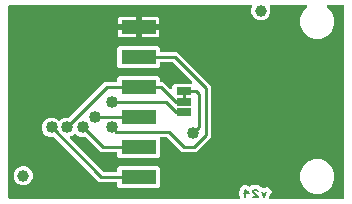
<source format=gbr>
G04 EAGLE Gerber X2 export*
%TF.Part,Single*%
%TF.FileFunction,Copper,L2,Bot,Mixed*%
%TF.FilePolarity,Positive*%
%TF.GenerationSoftware,Autodesk,EAGLE,9.1.3*%
%TF.CreationDate,2018-09-14T10:43:52Z*%
G75*
%MOMM*%
%FSLAX34Y34*%
%LPD*%
%AMOC8*
5,1,8,0,0,1.08239X$1,22.5*%
G01*
%ADD10C,0.203200*%
%ADD11R,1.270000X0.635000*%
%ADD12R,3.000000X1.250000*%
%ADD13C,1.000000*%
%ADD14C,1.016000*%
%ADD15C,0.254000*%

G36*
X199269Y4080D02*
X199269Y4080D01*
X199388Y4087D01*
X199426Y4100D01*
X199467Y4105D01*
X199577Y4148D01*
X199691Y4185D01*
X199725Y4207D01*
X199762Y4222D01*
X199859Y4291D01*
X199959Y4355D01*
X199987Y4385D01*
X200020Y4408D01*
X200096Y4500D01*
X200177Y4587D01*
X200197Y4622D01*
X200222Y4653D01*
X200273Y4761D01*
X200331Y4865D01*
X200341Y4905D01*
X200358Y4941D01*
X200380Y5058D01*
X200410Y5173D01*
X200414Y5233D01*
X200418Y5253D01*
X200417Y5274D01*
X200420Y5334D01*
X200420Y5920D01*
X200408Y6018D01*
X200405Y6118D01*
X200388Y6176D01*
X200381Y6236D01*
X200344Y6328D01*
X200317Y6423D01*
X200286Y6475D01*
X200263Y6532D01*
X200205Y6612D01*
X200155Y6697D01*
X200089Y6772D01*
X200077Y6789D01*
X200067Y6797D01*
X200049Y6818D01*
X199403Y7463D01*
X199403Y10830D01*
X200049Y11475D01*
X200109Y11554D01*
X200177Y11626D01*
X200206Y11679D01*
X200244Y11727D01*
X200283Y11818D01*
X200331Y11904D01*
X200346Y11963D01*
X200370Y12019D01*
X200385Y12116D01*
X200410Y12212D01*
X200417Y12312D01*
X200420Y12333D01*
X200419Y12345D01*
X200420Y12373D01*
X200420Y13881D01*
X202801Y16262D01*
X206169Y16262D01*
X207330Y15101D01*
X207424Y15028D01*
X207513Y14949D01*
X207549Y14931D01*
X207581Y14906D01*
X207690Y14859D01*
X207796Y14805D01*
X207836Y14796D01*
X207873Y14780D01*
X207990Y14761D01*
X208107Y14735D01*
X208147Y14736D01*
X208187Y14730D01*
X208306Y14741D01*
X208424Y14745D01*
X208463Y14756D01*
X208504Y14760D01*
X208616Y14800D01*
X208730Y14833D01*
X208765Y14854D01*
X208803Y14867D01*
X208901Y14934D01*
X209004Y14995D01*
X209049Y15034D01*
X209066Y15046D01*
X209079Y15061D01*
X209125Y15101D01*
X209640Y15617D01*
X210286Y16262D01*
X211924Y16262D01*
X215687Y16262D01*
X216992Y14956D01*
X217051Y14910D01*
X217104Y14857D01*
X217176Y14813D01*
X217244Y14761D01*
X217312Y14732D01*
X217376Y14693D01*
X217457Y14669D01*
X217536Y14635D01*
X217609Y14623D01*
X217681Y14602D01*
X217765Y14598D01*
X217850Y14585D01*
X217924Y14592D01*
X217998Y14589D01*
X218007Y14591D01*
X220069Y13904D01*
X220078Y13902D01*
X220086Y13898D01*
X220232Y13871D01*
X220381Y13842D01*
X220390Y13842D01*
X220399Y13841D01*
X220548Y13851D01*
X220698Y13859D01*
X220707Y13862D01*
X220716Y13863D01*
X220872Y13904D01*
X222816Y14552D01*
X225828Y13046D01*
X226893Y9852D01*
X224918Y5902D01*
X224886Y5812D01*
X224846Y5727D01*
X224834Y5663D01*
X224812Y5602D01*
X224804Y5507D01*
X224786Y5414D01*
X224790Y5350D01*
X224785Y5285D01*
X224800Y5191D01*
X224806Y5097D01*
X224826Y5035D01*
X224837Y4971D01*
X224875Y4884D01*
X224904Y4795D01*
X224939Y4740D01*
X224965Y4680D01*
X225023Y4606D01*
X225074Y4526D01*
X225122Y4481D01*
X225162Y4430D01*
X225237Y4373D01*
X225306Y4308D01*
X225363Y4277D01*
X225414Y4237D01*
X225501Y4200D01*
X225584Y4154D01*
X225647Y4138D01*
X225707Y4113D01*
X225801Y4099D01*
X225892Y4075D01*
X226003Y4068D01*
X226022Y4065D01*
X226031Y4066D01*
X226053Y4065D01*
X286766Y4065D01*
X286884Y4080D01*
X287003Y4087D01*
X287041Y4100D01*
X287082Y4105D01*
X287192Y4148D01*
X287305Y4185D01*
X287340Y4207D01*
X287377Y4222D01*
X287473Y4291D01*
X287574Y4355D01*
X287602Y4385D01*
X287635Y4408D01*
X287711Y4500D01*
X287792Y4587D01*
X287812Y4622D01*
X287837Y4653D01*
X287888Y4761D01*
X287946Y4865D01*
X287956Y4905D01*
X287973Y4941D01*
X287995Y5058D01*
X288025Y5173D01*
X288029Y5233D01*
X288033Y5253D01*
X288031Y5274D01*
X288035Y5334D01*
X288035Y167386D01*
X288020Y167504D01*
X288013Y167623D01*
X288000Y167661D01*
X287995Y167702D01*
X287952Y167812D01*
X287915Y167925D01*
X287893Y167960D01*
X287878Y167997D01*
X287809Y168093D01*
X287745Y168194D01*
X287715Y168222D01*
X287692Y168255D01*
X287600Y168331D01*
X287513Y168412D01*
X287478Y168432D01*
X287447Y168457D01*
X287339Y168508D01*
X287235Y168566D01*
X287195Y168576D01*
X287159Y168593D01*
X287042Y168615D01*
X286927Y168645D01*
X286867Y168649D01*
X286847Y168653D01*
X286826Y168651D01*
X286766Y168655D01*
X275084Y168655D01*
X274946Y168638D01*
X274808Y168625D01*
X274788Y168618D01*
X274768Y168615D01*
X274639Y168564D01*
X274508Y168517D01*
X274492Y168506D01*
X274473Y168498D01*
X274360Y168417D01*
X274245Y168339D01*
X274232Y168323D01*
X274215Y168312D01*
X274127Y168204D01*
X274035Y168100D01*
X274026Y168082D01*
X274013Y168067D01*
X273953Y167941D01*
X273890Y167817D01*
X273886Y167797D01*
X273877Y167779D01*
X273851Y167643D01*
X273820Y167507D01*
X273821Y167486D01*
X273817Y167467D01*
X273826Y167328D01*
X273830Y167189D01*
X273836Y167169D01*
X273837Y167149D01*
X273880Y167017D01*
X273919Y166883D01*
X273929Y166866D01*
X273935Y166847D01*
X274010Y166729D01*
X274080Y166609D01*
X274099Y166588D01*
X274105Y166578D01*
X274120Y166564D01*
X274186Y166489D01*
X277834Y162841D01*
X280049Y157494D01*
X280049Y151706D01*
X277834Y146359D01*
X273741Y142266D01*
X268394Y140051D01*
X262606Y140051D01*
X257259Y142266D01*
X253166Y146359D01*
X250951Y151706D01*
X250951Y157494D01*
X253166Y162841D01*
X256814Y166489D01*
X256899Y166598D01*
X256987Y166705D01*
X256996Y166724D01*
X257008Y166740D01*
X257064Y166868D01*
X257123Y166993D01*
X257127Y167013D01*
X257135Y167032D01*
X257157Y167170D01*
X257183Y167306D01*
X257181Y167326D01*
X257185Y167346D01*
X257172Y167485D01*
X257163Y167623D01*
X257157Y167642D01*
X257155Y167662D01*
X257108Y167794D01*
X257065Y167925D01*
X257054Y167943D01*
X257047Y167962D01*
X256969Y168077D01*
X256895Y168194D01*
X256880Y168208D01*
X256869Y168225D01*
X256764Y168317D01*
X256663Y168412D01*
X256645Y168422D01*
X256630Y168435D01*
X256506Y168499D01*
X256385Y168566D01*
X256365Y168571D01*
X256347Y168580D01*
X256211Y168610D01*
X256077Y168645D01*
X256049Y168647D01*
X256037Y168650D01*
X256016Y168649D01*
X255916Y168655D01*
X226440Y168655D01*
X226390Y168649D01*
X226341Y168651D01*
X226233Y168629D01*
X226124Y168615D01*
X226078Y168597D01*
X226029Y168587D01*
X225930Y168539D01*
X225828Y168498D01*
X225788Y168469D01*
X225743Y168447D01*
X225660Y168376D01*
X225571Y168312D01*
X225539Y168273D01*
X225501Y168241D01*
X225438Y168151D01*
X225368Y168067D01*
X225347Y168022D01*
X225318Y167981D01*
X225279Y167878D01*
X225233Y167779D01*
X225223Y167730D01*
X225206Y167684D01*
X225193Y167574D01*
X225173Y167467D01*
X225176Y167417D01*
X225170Y167368D01*
X225186Y167259D01*
X225193Y167149D01*
X225208Y167102D01*
X225215Y167053D01*
X225267Y166900D01*
X225981Y165177D01*
X225981Y161975D01*
X224755Y159017D01*
X222491Y156753D01*
X219533Y155527D01*
X216331Y155527D01*
X213373Y156753D01*
X211109Y159017D01*
X209883Y161975D01*
X209883Y165177D01*
X210597Y166900D01*
X210610Y166948D01*
X210631Y166993D01*
X210652Y167101D01*
X210681Y167207D01*
X210682Y167257D01*
X210691Y167306D01*
X210684Y167415D01*
X210686Y167525D01*
X210674Y167573D01*
X210671Y167623D01*
X210638Y167727D01*
X210612Y167834D01*
X210589Y167878D01*
X210573Y167925D01*
X210515Y168018D01*
X210463Y168115D01*
X210430Y168152D01*
X210403Y168194D01*
X210323Y168269D01*
X210249Y168351D01*
X210208Y168378D01*
X210172Y168412D01*
X210075Y168465D01*
X209984Y168525D01*
X209937Y168542D01*
X209893Y168566D01*
X209787Y168593D01*
X209683Y168629D01*
X209633Y168633D01*
X209585Y168645D01*
X209424Y168655D01*
X5334Y168655D01*
X5216Y168640D01*
X5097Y168633D01*
X5059Y168620D01*
X5018Y168615D01*
X4908Y168572D01*
X4795Y168535D01*
X4760Y168513D01*
X4723Y168498D01*
X4627Y168429D01*
X4526Y168365D01*
X4498Y168335D01*
X4465Y168312D01*
X4389Y168220D01*
X4308Y168133D01*
X4288Y168098D01*
X4263Y168067D01*
X4212Y167959D01*
X4154Y167855D01*
X4144Y167815D01*
X4127Y167779D01*
X4105Y167662D01*
X4075Y167547D01*
X4071Y167487D01*
X4067Y167467D01*
X4069Y167446D01*
X4065Y167386D01*
X4065Y5334D01*
X4080Y5216D01*
X4087Y5097D01*
X4100Y5059D01*
X4105Y5018D01*
X4148Y4908D01*
X4185Y4795D01*
X4207Y4760D01*
X4222Y4723D01*
X4291Y4627D01*
X4355Y4526D01*
X4385Y4498D01*
X4408Y4465D01*
X4500Y4389D01*
X4587Y4308D01*
X4622Y4288D01*
X4653Y4263D01*
X4761Y4212D01*
X4865Y4154D01*
X4905Y4144D01*
X4941Y4127D01*
X5058Y4105D01*
X5173Y4075D01*
X5233Y4071D01*
X5253Y4067D01*
X5274Y4069D01*
X5334Y4065D01*
X199151Y4065D01*
X199269Y4080D01*
G37*
%LPC*%
G36*
X97997Y13561D02*
X97997Y13561D01*
X96211Y15347D01*
X96211Y17272D01*
X96196Y17390D01*
X96189Y17509D01*
X96176Y17547D01*
X96171Y17588D01*
X96128Y17698D01*
X96091Y17811D01*
X96069Y17846D01*
X96054Y17883D01*
X95985Y17979D01*
X95921Y18080D01*
X95891Y18108D01*
X95868Y18141D01*
X95776Y18217D01*
X95689Y18298D01*
X95654Y18318D01*
X95623Y18343D01*
X95515Y18394D01*
X95411Y18452D01*
X95371Y18462D01*
X95335Y18479D01*
X95218Y18501D01*
X95103Y18531D01*
X95043Y18535D01*
X95023Y18539D01*
X95002Y18537D01*
X94942Y18541D01*
X80761Y18541D01*
X43033Y56270D01*
X42955Y56330D01*
X42882Y56398D01*
X42829Y56427D01*
X42782Y56464D01*
X42691Y56504D01*
X42604Y56552D01*
X42545Y56567D01*
X42490Y56591D01*
X42392Y56606D01*
X42296Y56631D01*
X42196Y56637D01*
X42176Y56641D01*
X42163Y56639D01*
X42135Y56641D01*
X39023Y56641D01*
X36035Y57879D01*
X33749Y60165D01*
X32511Y63153D01*
X32511Y66387D01*
X33749Y69375D01*
X36035Y71661D01*
X39023Y72899D01*
X42257Y72899D01*
X45245Y71661D01*
X46092Y70813D01*
X46186Y70740D01*
X46276Y70662D01*
X46312Y70643D01*
X46344Y70618D01*
X46453Y70571D01*
X46559Y70517D01*
X46598Y70508D01*
X46636Y70492D01*
X46753Y70473D01*
X46869Y70447D01*
X46910Y70448D01*
X46950Y70442D01*
X47068Y70453D01*
X47187Y70457D01*
X47226Y70468D01*
X47266Y70472D01*
X47379Y70512D01*
X47493Y70545D01*
X47527Y70566D01*
X47566Y70580D01*
X47664Y70646D01*
X47767Y70707D01*
X47812Y70747D01*
X47829Y70758D01*
X47842Y70773D01*
X47887Y70813D01*
X48735Y71661D01*
X51723Y72899D01*
X54835Y72899D01*
X54934Y72911D01*
X55033Y72914D01*
X55091Y72931D01*
X55151Y72939D01*
X55243Y72975D01*
X55338Y73003D01*
X55390Y73033D01*
X55447Y73056D01*
X55527Y73114D01*
X55612Y73164D01*
X55687Y73230D01*
X55704Y73242D01*
X55712Y73252D01*
X55733Y73270D01*
X85841Y103379D01*
X94942Y103379D01*
X95060Y103394D01*
X95179Y103401D01*
X95217Y103414D01*
X95258Y103419D01*
X95368Y103462D01*
X95481Y103499D01*
X95516Y103521D01*
X95553Y103536D01*
X95649Y103605D01*
X95750Y103669D01*
X95778Y103699D01*
X95811Y103722D01*
X95887Y103814D01*
X95968Y103901D01*
X95988Y103936D01*
X96013Y103967D01*
X96064Y104075D01*
X96122Y104179D01*
X96132Y104219D01*
X96149Y104255D01*
X96171Y104372D01*
X96201Y104487D01*
X96205Y104547D01*
X96209Y104567D01*
X96207Y104588D01*
X96211Y104648D01*
X96211Y106573D01*
X97997Y108359D01*
X130523Y108359D01*
X132309Y106573D01*
X132309Y104648D01*
X132324Y104530D01*
X132331Y104411D01*
X132344Y104373D01*
X132349Y104332D01*
X132392Y104222D01*
X132429Y104109D01*
X132451Y104074D01*
X132466Y104037D01*
X132535Y103941D01*
X132599Y103840D01*
X132629Y103812D01*
X132652Y103779D01*
X132744Y103703D01*
X132831Y103622D01*
X132866Y103602D01*
X132897Y103577D01*
X133005Y103526D01*
X133109Y103468D01*
X133149Y103458D01*
X133185Y103441D01*
X133302Y103419D01*
X133417Y103389D01*
X133477Y103385D01*
X133497Y103381D01*
X133518Y103383D01*
X133578Y103379D01*
X135139Y103379D01*
X140835Y97683D01*
X140944Y97598D01*
X141051Y97509D01*
X141070Y97501D01*
X141086Y97488D01*
X141214Y97433D01*
X141339Y97374D01*
X141359Y97370D01*
X141378Y97362D01*
X141516Y97340D01*
X141652Y97314D01*
X141672Y97315D01*
X141692Y97312D01*
X141831Y97325D01*
X141969Y97334D01*
X141988Y97340D01*
X142008Y97342D01*
X142140Y97389D01*
X142271Y97432D01*
X142289Y97442D01*
X142308Y97449D01*
X142423Y97527D01*
X142540Y97602D01*
X142554Y97617D01*
X142571Y97628D01*
X142663Y97732D01*
X142758Y97833D01*
X142768Y97851D01*
X142781Y97866D01*
X142845Y97990D01*
X142912Y98112D01*
X142917Y98132D01*
X142926Y98150D01*
X142956Y98285D01*
X142991Y98420D01*
X142993Y98448D01*
X142996Y98460D01*
X142995Y98480D01*
X143001Y98581D01*
X143001Y99688D01*
X144787Y101474D01*
X158594Y101474D01*
X158732Y101491D01*
X158871Y101504D01*
X158890Y101511D01*
X158910Y101514D01*
X159039Y101565D01*
X159170Y101612D01*
X159187Y101623D01*
X159206Y101631D01*
X159318Y101712D01*
X159433Y101790D01*
X159447Y101806D01*
X159463Y101817D01*
X159552Y101925D01*
X159644Y102029D01*
X159653Y102047D01*
X159666Y102062D01*
X159725Y102188D01*
X159788Y102312D01*
X159793Y102332D01*
X159801Y102350D01*
X159827Y102486D01*
X159858Y102622D01*
X159857Y102643D01*
X159861Y102662D01*
X159852Y102801D01*
X159848Y102940D01*
X159843Y102960D01*
X159841Y102980D01*
X159799Y103112D01*
X159760Y103246D01*
X159750Y103263D01*
X159743Y103282D01*
X159669Y103400D01*
X159598Y103520D01*
X159580Y103541D01*
X159573Y103551D01*
X159558Y103565D01*
X159492Y103640D01*
X143363Y119770D01*
X143285Y119830D01*
X143212Y119898D01*
X143159Y119927D01*
X143112Y119964D01*
X143021Y120004D01*
X142934Y120052D01*
X142875Y120067D01*
X142820Y120091D01*
X142722Y120106D01*
X142626Y120131D01*
X142526Y120137D01*
X142506Y120141D01*
X142493Y120139D01*
X142465Y120141D01*
X133578Y120141D01*
X133460Y120126D01*
X133341Y120119D01*
X133303Y120106D01*
X133262Y120101D01*
X133152Y120058D01*
X133039Y120021D01*
X133004Y119999D01*
X132967Y119984D01*
X132871Y119915D01*
X132770Y119851D01*
X132742Y119821D01*
X132709Y119798D01*
X132633Y119706D01*
X132552Y119619D01*
X132532Y119584D01*
X132507Y119553D01*
X132456Y119445D01*
X132398Y119341D01*
X132388Y119301D01*
X132371Y119265D01*
X132349Y119148D01*
X132319Y119033D01*
X132315Y118973D01*
X132311Y118953D01*
X132313Y118932D01*
X132309Y118872D01*
X132309Y116947D01*
X130523Y115161D01*
X97997Y115161D01*
X96211Y116947D01*
X96211Y131973D01*
X97997Y133759D01*
X130523Y133759D01*
X132309Y131973D01*
X132309Y130048D01*
X132324Y129930D01*
X132331Y129811D01*
X132344Y129773D01*
X132349Y129732D01*
X132392Y129622D01*
X132429Y129509D01*
X132451Y129474D01*
X132466Y129437D01*
X132535Y129341D01*
X132599Y129240D01*
X132629Y129212D01*
X132652Y129179D01*
X132744Y129103D01*
X132831Y129022D01*
X132866Y129002D01*
X132897Y128977D01*
X133005Y128926D01*
X133109Y128868D01*
X133149Y128858D01*
X133185Y128841D01*
X133302Y128819D01*
X133417Y128789D01*
X133477Y128785D01*
X133497Y128781D01*
X133518Y128783D01*
X133578Y128779D01*
X146569Y128779D01*
X175769Y99579D01*
X175769Y56631D01*
X165980Y46843D01*
X163079Y43941D01*
X150611Y43941D01*
X138283Y56270D01*
X138205Y56330D01*
X138132Y56398D01*
X138079Y56427D01*
X138032Y56464D01*
X137941Y56504D01*
X137854Y56552D01*
X137795Y56567D01*
X137740Y56591D01*
X137642Y56606D01*
X137546Y56631D01*
X137446Y56637D01*
X137426Y56641D01*
X137413Y56639D01*
X137385Y56641D01*
X133578Y56641D01*
X133460Y56626D01*
X133341Y56619D01*
X133303Y56606D01*
X133262Y56601D01*
X133152Y56558D01*
X133039Y56521D01*
X133004Y56499D01*
X132967Y56484D01*
X132871Y56415D01*
X132770Y56351D01*
X132742Y56321D01*
X132709Y56298D01*
X132633Y56206D01*
X132552Y56119D01*
X132532Y56084D01*
X132507Y56053D01*
X132456Y55945D01*
X132398Y55841D01*
X132388Y55801D01*
X132371Y55765D01*
X132349Y55648D01*
X132319Y55533D01*
X132315Y55473D01*
X132311Y55453D01*
X132313Y55432D01*
X132309Y55372D01*
X132309Y40747D01*
X130523Y38961D01*
X97997Y38961D01*
X96211Y40747D01*
X96211Y42672D01*
X96196Y42790D01*
X96189Y42909D01*
X96176Y42947D01*
X96171Y42988D01*
X96128Y43098D01*
X96091Y43211D01*
X96069Y43246D01*
X96054Y43283D01*
X95985Y43379D01*
X95921Y43480D01*
X95891Y43508D01*
X95868Y43541D01*
X95776Y43617D01*
X95689Y43698D01*
X95654Y43718D01*
X95623Y43743D01*
X95515Y43794D01*
X95411Y43852D01*
X95371Y43862D01*
X95335Y43879D01*
X95218Y43901D01*
X95103Y43931D01*
X95043Y43935D01*
X95023Y43939D01*
X95002Y43937D01*
X94942Y43941D01*
X82031Y43941D01*
X69703Y56270D01*
X69625Y56330D01*
X69552Y56398D01*
X69499Y56427D01*
X69452Y56464D01*
X69361Y56504D01*
X69274Y56552D01*
X69215Y56567D01*
X69160Y56591D01*
X69062Y56606D01*
X68966Y56631D01*
X68866Y56637D01*
X68846Y56641D01*
X68833Y56639D01*
X68805Y56641D01*
X65693Y56641D01*
X62705Y57879D01*
X61223Y59362D01*
X61128Y59435D01*
X61039Y59513D01*
X61003Y59532D01*
X60971Y59557D01*
X60862Y59604D01*
X60756Y59658D01*
X60717Y59667D01*
X60679Y59683D01*
X60562Y59702D01*
X60446Y59728D01*
X60405Y59727D01*
X60365Y59733D01*
X60247Y59722D01*
X60128Y59718D01*
X60089Y59707D01*
X60049Y59703D01*
X59936Y59663D01*
X59822Y59630D01*
X59788Y59609D01*
X59749Y59595D01*
X59651Y59529D01*
X59548Y59468D01*
X59503Y59428D01*
X59486Y59417D01*
X59473Y59402D01*
X59428Y59362D01*
X57945Y57879D01*
X56655Y57345D01*
X56612Y57320D01*
X56565Y57303D01*
X56474Y57242D01*
X56379Y57187D01*
X56343Y57152D01*
X56302Y57125D01*
X56229Y57042D01*
X56150Y56966D01*
X56124Y56923D01*
X56091Y56886D01*
X56041Y56788D01*
X55984Y56695D01*
X55969Y56647D01*
X55947Y56603D01*
X55923Y56496D01*
X55890Y56391D01*
X55888Y56341D01*
X55877Y56293D01*
X55880Y56183D01*
X55875Y56073D01*
X55885Y56024D01*
X55887Y55975D01*
X55917Y55869D01*
X55940Y55762D01*
X55961Y55717D01*
X55975Y55669D01*
X56031Y55575D01*
X56079Y55476D01*
X56111Y55438D01*
X56137Y55395D01*
X56243Y55274D01*
X83967Y27550D01*
X84045Y27490D01*
X84118Y27422D01*
X84171Y27393D01*
X84218Y27356D01*
X84309Y27316D01*
X84396Y27268D01*
X84455Y27253D01*
X84510Y27229D01*
X84608Y27214D01*
X84704Y27189D01*
X84804Y27183D01*
X84824Y27179D01*
X84837Y27181D01*
X84865Y27179D01*
X94942Y27179D01*
X95060Y27194D01*
X95179Y27201D01*
X95217Y27214D01*
X95258Y27219D01*
X95368Y27262D01*
X95481Y27299D01*
X95516Y27321D01*
X95553Y27336D01*
X95649Y27405D01*
X95750Y27469D01*
X95778Y27499D01*
X95811Y27522D01*
X95887Y27614D01*
X95968Y27701D01*
X95988Y27736D01*
X96013Y27767D01*
X96064Y27875D01*
X96122Y27979D01*
X96132Y28019D01*
X96149Y28055D01*
X96171Y28172D01*
X96201Y28287D01*
X96205Y28347D01*
X96209Y28367D01*
X96207Y28388D01*
X96211Y28448D01*
X96211Y30373D01*
X97997Y32159D01*
X130523Y32159D01*
X132309Y30373D01*
X132309Y15347D01*
X130523Y13561D01*
X97997Y13561D01*
G37*
%LPD*%
%LPC*%
G36*
X262606Y8651D02*
X262606Y8651D01*
X257259Y10866D01*
X253166Y14959D01*
X250951Y20306D01*
X250951Y26094D01*
X253166Y31441D01*
X257259Y35534D01*
X262606Y37749D01*
X268394Y37749D01*
X273741Y35534D01*
X277834Y31441D01*
X280049Y26094D01*
X280049Y20306D01*
X277834Y14959D01*
X273741Y10866D01*
X268394Y8651D01*
X262606Y8651D01*
G37*
%LPD*%
%LPC*%
G36*
X15163Y15827D02*
X15163Y15827D01*
X12205Y17053D01*
X9941Y19317D01*
X8715Y22275D01*
X8715Y25477D01*
X9941Y28435D01*
X12205Y30699D01*
X15163Y31925D01*
X18365Y31925D01*
X21323Y30699D01*
X23587Y28435D01*
X24813Y25477D01*
X24813Y22275D01*
X23587Y19317D01*
X21323Y17053D01*
X18365Y15827D01*
X15163Y15827D01*
G37*
%LPD*%
%LPC*%
G36*
X116799Y152399D02*
X116799Y152399D01*
X116799Y158651D01*
X129594Y158651D01*
X130241Y158478D01*
X130820Y158143D01*
X131293Y157670D01*
X131628Y157091D01*
X131801Y156444D01*
X131801Y152399D01*
X116799Y152399D01*
G37*
%LPD*%
%LPC*%
G36*
X96719Y152399D02*
X96719Y152399D01*
X96719Y156444D01*
X96892Y157091D01*
X97227Y157670D01*
X97700Y158143D01*
X98279Y158478D01*
X98926Y158651D01*
X111721Y158651D01*
X111721Y152399D01*
X96719Y152399D01*
G37*
%LPD*%
%LPC*%
G36*
X116799Y141069D02*
X116799Y141069D01*
X116799Y147321D01*
X131801Y147321D01*
X131801Y143276D01*
X131628Y142629D01*
X131293Y142050D01*
X130820Y141577D01*
X130241Y141242D01*
X129594Y141069D01*
X116799Y141069D01*
G37*
%LPD*%
%LPC*%
G36*
X98926Y141069D02*
X98926Y141069D01*
X98279Y141242D01*
X97700Y141577D01*
X97227Y142050D01*
X96892Y142629D01*
X96719Y143276D01*
X96719Y147321D01*
X111721Y147321D01*
X111721Y141069D01*
X98926Y141069D01*
G37*
%LPD*%
%LPC*%
G36*
X114259Y149859D02*
X114259Y149859D01*
X114259Y149861D01*
X114261Y149861D01*
X114261Y149859D01*
X114259Y149859D01*
G37*
%LPD*%
D10*
X222504Y10163D02*
X220470Y6096D01*
X218437Y10163D01*
X215020Y6096D02*
X210952Y6096D01*
X210952Y10163D02*
X215020Y6096D01*
X210952Y10163D02*
X210952Y11180D01*
X211969Y12197D01*
X214003Y12197D01*
X215020Y11180D01*
X204485Y12197D02*
X204485Y6096D01*
X207536Y9147D02*
X204485Y12197D01*
X203468Y9147D02*
X207536Y9147D01*
D11*
X152400Y95250D03*
X152400Y86360D03*
X152400Y77470D03*
D12*
X114260Y73660D03*
X114260Y48260D03*
X114260Y22860D03*
X114260Y99060D03*
X114260Y124460D03*
X114260Y149860D03*
D13*
X16764Y23876D03*
X217932Y163576D03*
D14*
X180340Y36830D03*
X46990Y139700D03*
X31750Y96520D03*
X69850Y17780D03*
X135890Y111760D03*
D15*
X144780Y124460D02*
X114260Y124460D01*
X139700Y60960D02*
X152400Y48260D01*
X139700Y60960D02*
X95250Y60960D01*
X91440Y64770D01*
X144780Y124460D02*
X171450Y97790D01*
X171450Y58420D01*
X161290Y48260D01*
X152400Y48260D01*
D14*
X91440Y64770D03*
D15*
X82550Y22860D02*
X114260Y22860D01*
X82550Y22860D02*
X40640Y64770D01*
D14*
X40640Y64770D03*
D15*
X146050Y77470D02*
X152400Y77470D01*
X137160Y86360D02*
X91440Y86360D01*
X137160Y86360D02*
X146050Y77470D01*
D14*
X91440Y86360D03*
D15*
X77470Y73660D02*
X114260Y73660D01*
D14*
X77470Y73660D03*
D15*
X67310Y64770D02*
X83820Y48260D01*
X114260Y48260D01*
D14*
X67310Y64770D03*
D15*
X152400Y86360D02*
X152400Y93980D01*
X152400Y86360D02*
X146050Y86360D01*
X133350Y99060D02*
X114260Y99060D01*
X133350Y99060D02*
X146050Y86360D01*
X114260Y99060D02*
X87630Y99060D01*
X53340Y64770D01*
D14*
X53340Y64770D03*
D15*
X152400Y95250D02*
X162560Y95250D01*
X165100Y92710D01*
X165100Y64770D01*
X160020Y59690D01*
D14*
X160020Y59690D03*
M02*

</source>
